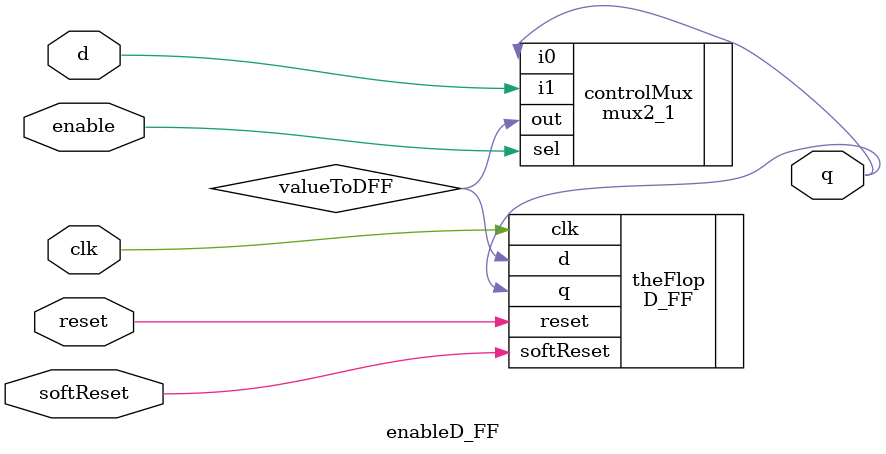
<source format=sv>
module enableD_FF (q, d, reset, softReset, enable, clk);
	output logic q;
	input logic d, reset, softReset, enable, clk;
	
	logic valueToDFF;
	
	//use a mux to determine if the value of the DFF should change
	mux2_1 controlMux (.out(valueToDFF), .i0(q), .i1(d), .sel(enable));
	
	//the DFF
	D_FF theFlop (.q, .d(valueToDFF), .reset, .softReset, .clk);
endmodule

/*
module enableD_FF_testbench();
	logic clk, reset, d, enable, q;
	
	enableD_FF dut (.q, .d, .reset, .enable, .clk); 
	
	// Set up the clock
	parameter ClockDelay = 100;
	initial begin ;
		clk <= 0;
		forever #(ClockDelay/2) clk <= ~clk;
	end
	
	initial begin
	enable <= 0;	d <= 0; 
				reset <= 1; 	@(posedge clk);
				reset <= 0; 	@(posedge clk);
				d <= 1; 			@(posedge clk);
				d <= 0; 			@(posedge clk);
				enable <= 1;	@(posedge clk);
									@(posedge clk);
				d <= 1; 			@(posedge clk);
				d <= 0; 			@(posedge clk);
									@(posedge clk);
									@(posedge clk);
				d <= 1; 			@(posedge clk);
				enable <= 0;	@(posedge clk);
				d <= 0; 			@(posedge clk);
									@(posedge clk);
									@(posedge clk);
				d <= 1; 			@(posedge clk);
			enable <= 1;		@(posedge clk);
				d <= 0; 			@(posedge clk);
									@(posedge clk);
									@(posedge clk);
		$stop(); // end the simulation
	end
endmodule */


</source>
